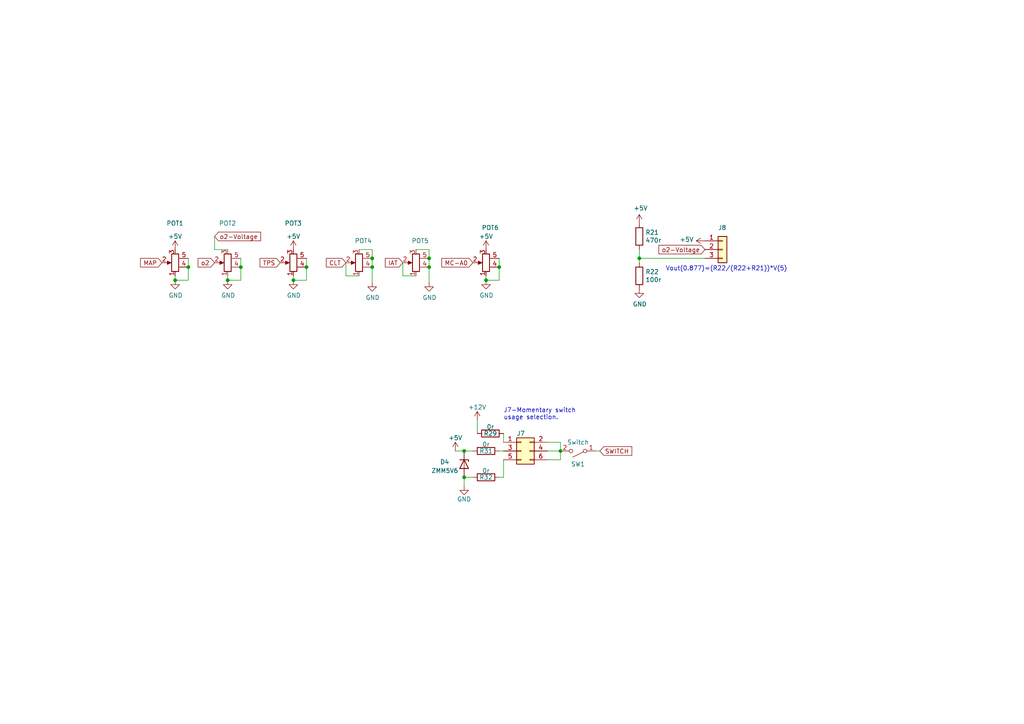
<source format=kicad_sch>
(kicad_sch (version 20230121) (generator eeschema)
  (paper "A4")
  (lib_symbols
    (symbol "Connector_Generic:Conn_01x03" (pin_names (offset 1.016) hide)
      (property "Reference" "J" (at 0 5.08 0))
      (property "Value" "Conn_01x03" (at 0 -5.08 0))
      (symbol "Conn_01x03_1_1"
        (rectangle (start -1.27 -2.413) (end 0 -2.667) (stroke (width 0.1524)))
        (rectangle (start -1.27 0.127) (end 0 -0.127) (stroke (width 0.1524)))
        (rectangle (start -1.27 2.667) (end 0 2.413) (stroke (width 0.1524)))
        (rectangle (start -1.27 3.81) (end 1.27 -3.81) (stroke (width 0.254)) (fill (type background)))
        (pin passive line (at -5.08 2.54 0) (length 3.81) (name "Pin_1") (number "1"))
        (pin passive line (at -5.08 0 0) (length 3.81) (name "Pin_2") (number "2"))
        (pin passive line (at -5.08 -2.54 0) (length 3.81) (name "Pin_3") (number "3"))
      )
    )
    (symbol "Connector_Generic:Conn_02x03_Odd_Even" (pin_names (offset 1.016) hide)
      (property "Reference" "J" (at 1.27 5.08 0))
      (property "Value" "Conn_02x03_Odd_Even" (at 1.27 -5.08 0))
      (symbol "Conn_02x03_Odd_Even_1_1"
        (rectangle (start -1.27 -2.413) (end 0 -2.667) (stroke (width 0.1524)))
        (rectangle (start -1.27 0.127) (end 0 -0.127) (stroke (width 0.1524)))
        (rectangle (start -1.27 2.667) (end 0 2.413) (stroke (width 0.1524)))
        (rectangle (start -1.27 3.81) (end 3.81 -3.81) (stroke (width 0.254)) (fill (type background)))
        (rectangle (start 3.81 -2.413) (end 2.54 -2.667) (stroke (width 0.1524)))
        (rectangle (start 3.81 0.127) (end 2.54 -0.127) (stroke (width 0.1524)))
        (rectangle (start 3.81 2.667) (end 2.54 2.413) (stroke (width 0.1524)))
        (pin passive line (at -5.08 2.54 0) (length 3.81) (name "Pin_1") (number "1"))
        (pin passive line (at 7.62 2.54 180) (length 3.81) (name "Pin_2") (number "2"))
        (pin passive line (at -5.08 0 0) (length 3.81) (name "Pin_3") (number "3"))
        (pin passive line (at 7.62 0 180) (length 3.81) (name "Pin_4") (number "4"))
        (pin passive line (at -5.08 -2.54 0) (length 3.81) (name "Pin_5") (number "5"))
        (pin passive line (at 7.62 -2.54 180) (length 3.81) (name "Pin_6") (number "6"))
      )
    )
    (symbol "Detonation:Pot-10k" (pin_names (offset 1.016) hide)
      (property "Reference" "POT4" (at -2.54 7.62 0))
      (property "Value" "Pot-10k" (at -2.54 6.35 0))
      (symbol "Pot-10k_0_1"
        (polyline (pts (xy 2.54 0) (xy 1.524 0)))
        (polyline (pts (xy 1.143 0) (xy 2.286 0.508) (xy 2.286 -0.508) (xy 1.143 0)) (fill (type outline)))
        (rectangle (start 1.016 2.54) (end -1.016 -2.54) (stroke (width 0.254)))
      )
      (symbol "Pot-10k_1_1"
        (pin passive line (at 0 3.81 270) (length 1.27) (name "1") (number "1"))
        (pin passive line (at 3.81 0 180) (length 1.27) (name "2") (number "2"))
        (pin passive line (at 0 -3.81 90) (length 1.27) (name "3") (number "3"))
        (pin passive line (at -3.81 1.27 0) (length 2.54) (name "Mounting_Tap") (number "4"))
        (pin passive line (at -3.81 -1.27 0) (length 2.54) (name "Mounting_Tap") (number "5"))
      )
    )
    (symbol "Device:R" (pin_numbers hide) (pin_names (offset 0))
      (property "Reference" "R" (at 2.032 0 90))
      (property "Value" "R" (at 0 0 90))
      (symbol "R_0_1"
        (rectangle (start -1.016 -2.54) (end 1.016 2.54) (stroke (width 0.254)))
      )
      (symbol "R_1_1"
        (pin passive line (at 0 3.81 270) (length 1.27) (name "~") (number "1"))
        (pin passive line (at 0 -3.81 90) (length 1.27) (name "~") (number "2"))
      )
    )
    (symbol "Diode:ZMMxx" (pin_numbers hide) (pin_names hide)
      (property "Reference" "D" (at 0 2.54 0))
      (property "Value" "ZMMxx" (at 0 -2.54 0))
      (symbol "ZMMxx_0_1"
        (polyline (pts (xy 1.27 0) (xy -1.27 0)))
        (polyline (pts (xy -1.27 -1.27) (xy -1.27 1.27) (xy -0.762 1.27)) (stroke (width 0.254)))
        (polyline (pts (xy 1.27 -1.27) (xy 1.27 1.27) (xy -1.27 0) (xy 1.27 -1.27)) (stroke (width 0.254)))
      )
      (symbol "ZMMxx_1_1"
        (pin passive line (at -3.81 0 0) (length 2.54) (name "K") (number "1"))
        (pin passive line (at 3.81 0 180) (length 2.54) (name "A") (number "2"))
      )
    )
    (symbol "Switch:SW_SPST" (pin_names (offset 0) hide)
      (property "Reference" "SW" (at 0 3.175 0))
      (property "Value" "SW_SPST" (at 0 -2.54 0))
      (symbol "SW_SPST_0_0"
        (circle (center -2.032 0) (radius 0.508))
        (polyline (pts (xy -1.524 0.254) (xy 1.524 1.778)))
        (circle (center 2.032 0) (radius 0.508))
      )
      (symbol "SW_SPST_1_1"
        (pin passive line (at -5.08 0 0) (length 2.54) (name "A") (number "1"))
        (pin passive line (at 5.08 0 180) (length 2.54) (name "B") (number "2"))
      )
    )
    (symbol "power:+12V" (power) (pin_names (offset 0))
      (property "Value" "+12V" (at 0 3.556 0))
      (symbol "+12V_0_1"
        (polyline (pts (xy -0.762 1.27) (xy 0 2.54)))
        (polyline (pts (xy 0 0) (xy 0 2.54)))
        (polyline (pts (xy 0 2.54) (xy 0.762 1.27)))
      )
      (symbol "+12V_1_1"
        (pin power_in line (at 0 0 90) (length 0) hide (name "+12V") (number "1"))
      )
    )
    (symbol "power:+5V" (power) (pin_names (offset 0))
      (property "Value" "+5V" (at 0 3.556 0))
      (symbol "+5V_0_1"
        (polyline (pts (xy -0.762 1.27) (xy 0 2.54)))
        (polyline (pts (xy 0 0) (xy 0 2.54)))
        (polyline (pts (xy 0 2.54) (xy 0.762 1.27)))
      )
      (symbol "+5V_1_1"
        (pin power_in line (at 0 0 90) (length 0) hide (name "+5V") (number "1"))
      )
    )
    (symbol "power:GND" (power) (pin_names (offset 0))
      (property "Value" "GND" (at 0 -3.81 0))
      (symbol "GND_0_1"
        (polyline (pts (xy 0 0) (xy 0 -1.27) (xy 1.27 -1.27) (xy 0 -2.54) (xy -1.27 -1.27) (xy 0 -1.27)))
      )
      (symbol "GND_1_1"
        (pin power_in line (at 0 0 270) (length 0) hide (name "GND") (number "1"))
      )
    )
  )
  (junction (at 85.09 81.28))
  (junction (at 134.62 138.43))
  (junction (at 144.78 77.47))
  (junction (at 88.9 77.47))
  (junction (at 162.56 130.81))
  (junction (at 124.46 74.93))
  (junction (at 134.62 130.81))
  (junction (at 185.42 74.93))
  (junction (at 140.97 81.28))
  (junction (at 50.8 81.28))
  (junction (at 107.95 74.93))
  (junction (at 107.95 77.47))
  (junction (at 69.85 77.47))
  (junction (at 124.46 77.47))
  (junction (at 66.04 81.28))
  (junction (at 54.61 77.47))
  (wire (pts (xy 62.23 72.39) (xy 66.04 72.39)))
  (wire (pts (xy 124.46 72.39) (xy 124.46 74.93)))
  (wire (pts (xy 100.33 80.01) (xy 100.33 76.2)))
  (wire (pts (xy 146.05 125.73) (xy 146.05 128.27)))
  (wire (pts (xy 69.85 81.28) (xy 69.85 77.47)))
  (wire (pts (xy 104.14 80.01) (xy 100.33 80.01)))
  (wire (pts (xy 88.9 77.47) (xy 88.9 81.28)))
  (wire (pts (xy 185.42 72.39) (xy 185.42 74.93)))
  (wire (pts (xy 140.97 81.28) (xy 140.97 80.01)))
  (wire (pts (xy 162.56 133.35) (xy 162.56 130.81)))
  (wire (pts (xy 185.42 74.93) (xy 185.42 76.2)))
  (wire (pts (xy 120.65 80.01) (xy 116.84 80.01)))
  (wire (pts (xy 54.61 77.47) (xy 54.61 74.93)))
  (wire (pts (xy 158.75 133.35) (xy 162.56 133.35)))
  (wire (pts (xy 54.61 81.28) (xy 54.61 77.47)))
  (wire (pts (xy 138.43 121.92) (xy 138.43 125.73)))
  (wire (pts (xy 88.9 81.28) (xy 85.09 81.28)))
  (wire (pts (xy 107.95 81.915) (xy 107.95 77.47)))
  (wire (pts (xy 144.78 81.28) (xy 144.78 77.47)))
  (wire (pts (xy 144.78 130.81) (xy 146.05 130.81)))
  (wire (pts (xy 140.97 81.28) (xy 144.78 81.28)))
  (wire (pts (xy 162.56 128.27) (xy 158.75 128.27)))
  (wire (pts (xy 146.05 138.43) (xy 146.05 133.35)))
  (wire (pts (xy 107.95 72.39) (xy 107.95 74.93)))
  (wire (pts (xy 134.62 138.43) (xy 134.62 140.97)))
  (wire (pts (xy 132.08 130.81) (xy 134.62 130.81)))
  (wire (pts (xy 204.47 74.93) (xy 185.42 74.93)))
  (wire (pts (xy 104.14 72.39) (xy 107.95 72.39)))
  (wire (pts (xy 66.04 81.28) (xy 66.04 80.01)))
  (wire (pts (xy 50.8 81.28) (xy 50.8 80.01)))
  (wire (pts (xy 62.23 72.39) (xy 62.23 68.58)))
  (wire (pts (xy 69.85 77.47) (xy 69.85 74.93)))
  (wire (pts (xy 107.95 77.47) (xy 107.95 74.93)))
  (wire (pts (xy 116.84 80.01) (xy 116.84 76.2)))
  (wire (pts (xy 66.04 81.28) (xy 69.85 81.28)))
  (wire (pts (xy 134.62 138.43) (xy 137.16 138.43)))
  (wire (pts (xy 120.65 72.39) (xy 124.46 72.39)))
  (wire (pts (xy 158.75 130.81) (xy 162.56 130.81)))
  (wire (pts (xy 88.9 77.47) (xy 88.9 74.93)))
  (wire (pts (xy 124.46 77.47) (xy 124.46 74.93)))
  (wire (pts (xy 162.56 130.81) (xy 162.56 128.27)))
  (wire (pts (xy 50.8 81.28) (xy 54.61 81.28)))
  (wire (pts (xy 144.78 77.47) (xy 144.78 74.93)))
  (wire (pts (xy 124.46 81.915) (xy 124.46 77.47)))
  (wire (pts (xy 85.09 81.28) (xy 85.09 80.01)))
  (wire (pts (xy 144.78 138.43) (xy 146.05 138.43)))
  (wire (pts (xy 172.72 130.81) (xy 173.99 130.81)))
  (wire (pts (xy 134.62 130.81) (xy 137.16 130.81)))
  (text "Vout(0.877)=(R22/(R22+R21))*V(5)" (at 193.04 78.74 0) (effects (font (size 1.27 1.27)) (justify left bottom)))
  (text "J7-Momentary switch\nusage selection." (at 146.05 121.92 0) (effects (font (size 1.27 1.27)) (justify left bottom)))
  (global_label "IAT" (shape input) (at 116.84 76.2 180) (property "Intersheetrefs" "${INTERSHEET_REFS}" (effects hide)))
  (global_label "TPS" (shape input) (at 81.28 76.2 180) (property "Intersheetrefs" "${INTERSHEET_REFS}" (effects hide)))
  (global_label "CLT" (shape input) (at 100.33 76.2 180) (property "Intersheetrefs" "${INTERSHEET_REFS}" (effects hide)))
  (global_label "MC-A0" (shape input) (at 137.16 76.2 180) (property "Intersheetrefs" "${INTERSHEET_REFS}" (effects hide)))
  (global_label "MAP" (shape input) (at 46.99 76.2 180) (property "Intersheetrefs" "${INTERSHEET_REFS}" (effects hide)))
  (global_label "o2-Voltage" (shape input) (at 62.23 68.58 0) (property "Intersheetrefs" "${INTERSHEET_REFS}" (effects hide)))
  (global_label "SWITCH" (shape input) (at 173.99 130.81 0) (property "Intersheetrefs" "${INTERSHEET_REFS}" (effects hide)))
  (global_label "o2" (shape input) (at 62.23 76.2 180) (property "Intersheetrefs" "${INTERSHEET_REFS}" (effects hide)))
  (global_label "o2-Voltage" (shape input) (at 204.47 72.39 180) (property "Intersheetrefs" "${INTERSHEET_REFS}" (effects hide)))
  (symbol (lib_id "power:+5V") (at 50.8 72.39 0) (unit 1)
    (property "Reference" "#PWR05" (effects hide))
    (property "Value" "+5V" (at 50.8 68.58 0))
    (instances (project "Simulator" (path "" (reference "#PWR05") (unit 1)) (path "" (reference "#PWR04") (unit 1))))
  )
  (symbol (lib_id "Connector_Generic:Conn_02x03_Odd_Even") (at 151.13 130.81 0) (unit 1)
    (property "Reference" "J7" (at 149.86 125.73 0) (effects (justify left)))
    (property "Value" "Conn_01x03" (effects hide))
    (property "Footprint" "Detonation:PinSocket 2x03" (effects hide))
  )
  (symbol (lib_id "power:GND") (at 50.8 81.28 0) (unit 1)
    (property "Reference" "#PWR04" (effects hide))
    (property "Value" "GND" (at 50.927 85.6742 0))
    (instances (project "Simulator" (path "" (reference "#PWR04") (unit 1)) (path "" (reference "#PWR05") (unit 1))))
  )
  (symbol (lib_id "power:+12V") (at 138.43 121.92 0) (unit 1)
    (property "Reference" "#PWR051" (effects hide))
    (property "Value" "+12V" (at 138.43 118.11 0))
    (instances (project "Simulator" (path "" (reference "#PWR051") (unit 1)) (path "" (reference "#PWR047") (unit 1))))
  )
  (symbol (lib_id "Device:R") (at 185.42 68.58 0) (unit 1)
    (property "Reference" "R21" (at 187.198 67.4116 0) (effects (justify left)))
    (property "Value" "470r" (at 187.198 69.723 0) (effects (justify left)))
    (property "Footprint" "Resistor_SMD:R_0603_1608Metric" (effects hide))
    (property "LCSC" "C23179" (effects hide))
  )
  (symbol (lib_id "power:GND") (at 85.09 81.28 0) (unit 1)
    (property "Reference" "#PWR017" (effects hide))
    (property "Value" "GND" (at 85.217 85.6742 0))
    (instances (project "Simulator" (path "" (reference "#PWR017") (unit 1)) (path "" (reference "#PWR018") (unit 1))))
  )
  (symbol (lib_id "power:+5V") (at 140.97 72.39 0) (unit 1)
    (property "Reference" "#PWR042" (effects hide))
    (property "Value" "+5V" (at 140.97 68.58 0))
    (instances (project "Simulator" (path "" (reference "#PWR042") (unit 1)) (path "" (reference "#PWR041") (unit 1))))
  )
  (symbol (lib_id "power:+5V") (at 85.09 72.39 0) (unit 1)
    (property "Reference" "#PWR018" (effects hide))
    (property "Value" "+5V" (at 85.09 68.58 0))
    (instances (project "Simulator" (path "" (reference "#PWR018") (unit 1)) (path "" (reference "#PWR017") (unit 1))))
  )
  (symbol (lib_id "power:GND") (at 134.62 140.97 0) (unit 1)
    (property "Reference" "#PWR053" (effects hide))
    (property "Value" "GND" (at 134.62 144.78 0))
    (instances (project "Simulator" (path "" (reference "#PWR053") (unit 1)) (path "" (reference "#PWR044") (unit 1))))
  )
  (symbol (lib_id "Detonation:Pot-10k") (at 85.09 76.2 180) (unit 1)
    (property "Reference" "POT3" (at 82.55 64.77 0) (effects (justify right)))
    (property "Value" "MAP/SP1" (effects hide))
    (property "Footprint" "Misc:RV09AF4020KB10K" (effects hide))
  )
  (symbol (lib_id "Switch:SW_SPST") (at 167.64 130.81 180) (unit 1) (in_bom no)
    (property "Reference" "SW1" (at 167.64 134.62 0))
    (property "Value" "Switch" (at 167.64 128.27 0))
    (property "Footprint" "Button_Switch_THT:SW_PUSH_6mm_H9.5mm" (effects hide))
  )
  (symbol (lib_id "power:+5V") (at 132.08 130.81 0) (unit 1)
    (property "Reference" "#PWR0112" (effects hide))
    (property "Value" "+5V" (at 132.08 127 0))
    (instances (project "Simulator" (path "" (reference "#PWR0112") (unit 1)) (path "" (reference "#PWR043") (unit 1))))
  )
  (symbol (lib_id "Device:R") (at 140.97 138.43 90) (mirror x) (unit 1)
    (property "Reference" "R32" (at 140.97 138.43 90))
    (property "Value" "0r" (at 140.97 136.525 90))
    (property "Footprint" "Resistor_SMD:R_0805_2012Metric" (effects hide))
    (property "LCSC" "C17477" (effects hide))
    (property "Manufacture PN" "0805W8F0000T5E" (effects hide))
  )
  (symbol (lib_id "Detonation:Pot-10k") (at 120.65 76.2 180) (unit 1)
    (property "Reference" "POT5" (at 119.38 69.85 0) (effects (justify right)))
    (property "Value" "o2" (effects hide))
    (property "Footprint" "Misc:RV09AF4020KB10K" (effects hide))
  )
  (symbol (lib_id "power:GND") (at 107.95 81.915 0) (unit 1)
    (property "Reference" "#PWR027" (effects hide))
    (property "Value" "GND" (at 108.077 86.3092 0))
  )
  (symbol (lib_id "Diode:ZMMxx") (at 134.62 134.62 270) (unit 1)
    (property "Reference" "D4" (at 127.635 133.985 90) (effects (justify left)))
    (property "Value" "ZMM5V6" (at 125.095 136.525 90) (effects (justify left)))
    (property "Footprint" "Diode_SMD:D_MiniMELF" (effects hide))
    (property "Datasheet" "https://diotec.com/tl_files/diotec/files/pdf/datasheets/zmm1.pdf" (effects hide))
    (property "LCSC" "C8062" (effects hide))
    (instances (project "Simulator" (path "" (reference "D4") (unit 1)) (path "" (reference "D3") (unit 1)) (path "" (reference "D3") (unit 1))))
  )
  (symbol (lib_id "power:GND") (at 140.97 81.28 0) (unit 1)
    (property "Reference" "#PWR041" (effects hide))
    (property "Value" "GND" (at 141.097 85.6742 0))
    (instances (project "Simulator" (path "" (reference "#PWR041") (unit 1)) (path "" (reference "#PWR042") (unit 1))))
  )
  (symbol (lib_id "power:GND") (at 66.04 81.28 0) (unit 1)
    (property "Reference" "#PWR015" (effects hide))
    (property "Value" "GND" (at 66.167 85.6742 0))
  )
  (symbol (lib_id "power:GND") (at 124.46 81.915 0) (unit 1)
    (property "Reference" "#PWR029" (effects hide))
    (property "Value" "GND" (at 124.587 86.3092 0))
  )
  (symbol (lib_id "Detonation:Pot-10k") (at 140.97 76.2 180) (unit 1)
    (property "Reference" "POT6" (at 139.7 66.04 0) (effects (justify right)))
    (property "Value" "RPM" (effects hide))
    (property "Footprint" "Misc:RV09AF4020KB10K" (effects hide))
  )
  (symbol (lib_id "Detonation:Pot-10k") (at 50.8 76.2 180) (unit 1)
    (property "Reference" "POT1" (at 48.26 64.77 0) (effects (justify right)))
    (property "Value" "IAT" (effects hide))
    (property "Footprint" "Misc:RV09AF4020KB10K" (effects hide))
  )
  (symbol (lib_id "power:+5V") (at 185.42 64.77 0) (unit 1)
    (property "Reference" "#PWR043" (effects hide))
    (property "Value" "+5V" (at 185.801 60.3758 0))
    (instances (project "Simulator" (path "" (reference "#PWR043") (unit 1)) (path "" (reference "#PWR051") (unit 1))))
  )
  (symbol (lib_id "Detonation:Pot-10k") (at 66.04 76.2 180) (unit 1)
    (property "Reference" "POT2" (at 63.5 64.77 0) (effects (justify right)))
    (property "Value" "CLT" (effects hide))
    (property "Footprint" "Misc:RV09AF4020KB10K" (effects hide))
  )
  (symbol (lib_id "Device:R") (at 140.97 130.81 270) (mirror x) (unit 1)
    (property "Reference" "R31" (at 140.97 130.81 90))
    (property "Value" "0r" (at 140.97 128.905 90))
    (property "Footprint" "Resistor_SMD:R_0805_2012Metric" (effects hide))
    (property "LCSC" "C17477" (effects hide))
    (property "Manufacture PN" "0805W8F0000T5E" (effects hide))
  )
  (symbol (lib_id "Detonation:Pot-10k") (at 104.14 76.2 180) (unit 1)
    (property "Reference" "POT4" (at 102.87 69.85 0) (effects (justify right)))
    (property "Value" "TPS" (effects hide))
    (property "Footprint" "Misc:RV09AF4020KB10K" (effects hide))
  )
  (symbol (lib_id "Connector_Generic:Conn_01x03") (at 209.55 72.39 0) (unit 1) (in_bom no)
    (property "Reference" "J8" (at 208.28 66.04 0) (effects (justify left)))
    (property "Value" "Conn_01x03" (effects hide))
    (property "Footprint" "Detonation:3-PinSwitch" (effects hide))
  )
  (symbol (lib_id "Device:R") (at 185.42 80.01 0) (unit 1)
    (property "Reference" "R22" (at 187.198 78.8416 0) (effects (justify left)))
    (property "Value" "100r" (at 187.198 81.153 0) (effects (justify left)))
    (property "Footprint" "Resistor_SMD:R_0603_1608Metric" (effects hide))
    (property "LCSC" "C22775" (effects hide))
  )
  (symbol (lib_id "power:+5V") (at 204.47 69.85 90) (unit 1)
    (property "Reference" "#PWR047" (effects hide))
    (property "Value" "+5V" (at 201.2188 69.469 90) (effects (justify left)))
    (instances (project "Simulator" (path "" (reference "#PWR047") (unit 1)) (path "" (reference "#PWR057") (unit 1))))
  )
  (symbol (lib_id "Device:R") (at 142.24 125.73 270) (mirror x) (unit 1)
    (property "Reference" "R29" (at 142.24 125.73 90))
    (property "Value" "0r" (at 142.24 123.825 90))
    (property "Footprint" "Resistor_SMD:R_0805_2012Metric" (effects hide))
    (property "LCSC" "C17477" (effects hide))
    (property "Manufacture PN" "0805W8F0000T5E" (effects hide))
  )
  (symbol (lib_id "power:GND") (at 185.42 83.82 0) (unit 1)
    (property "Reference" "#PWR044" (effects hide))
    (property "Value" "GND" (at 185.547 88.2142 0))
    (instances (project "Simulator" (path "" (reference "#PWR044") (unit 1)) (path "" (reference "#PWR053") (unit 1))))
  )
)
</source>
